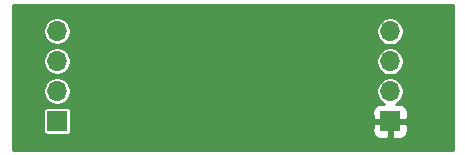
<source format=gbr>
%TF.GenerationSoftware,KiCad,Pcbnew,(5.1.9)-1*%
%TF.CreationDate,2021-02-09T16:44:42+01:00*%
%TF.ProjectId,Pro,50726f2e-6b69-4636-9164-5f7063625858,rev?*%
%TF.SameCoordinates,Original*%
%TF.FileFunction,Copper,L2,Bot*%
%TF.FilePolarity,Positive*%
%FSLAX46Y46*%
G04 Gerber Fmt 4.6, Leading zero omitted, Abs format (unit mm)*
G04 Created by KiCad (PCBNEW (5.1.9)-1) date 2021-02-09 16:44:42*
%MOMM*%
%LPD*%
G01*
G04 APERTURE LIST*
%TA.AperFunction,ComponentPad*%
%ADD10O,1.700000X1.700000*%
%TD*%
%TA.AperFunction,ComponentPad*%
%ADD11R,1.700000X1.700000*%
%TD*%
%TA.AperFunction,Conductor*%
%ADD12C,0.254000*%
%TD*%
%TA.AperFunction,Conductor*%
%ADD13C,0.100000*%
%TD*%
G04 APERTURE END LIST*
D10*
%TO.P,P1,4*%
%TO.N,/E+*%
X47117000Y-90599000D03*
%TO.P,P1,3*%
%TO.N,/A+*%
X47117000Y-93139000D03*
%TO.P,P1,2*%
%TO.N,/A-*%
X47117000Y-95679000D03*
D11*
%TO.P,P1,1*%
%TO.N,/E-*%
X47117000Y-98219000D03*
%TD*%
D10*
%TO.P,J1,4*%
%TO.N,/DO*%
X75311000Y-90624000D03*
%TO.P,J1,3*%
%TO.N,/CLK*%
X75311000Y-93164000D03*
%TO.P,J1,2*%
%TO.N,/E+*%
X75311000Y-95704000D03*
D11*
%TO.P,J1,1*%
%TO.N,GND*%
X75311000Y-98244000D03*
%TD*%
D12*
%TO.N,GND*%
X80648000Y-100648000D02*
X43352000Y-100648000D01*
X43352000Y-97369000D01*
X45938418Y-97369000D01*
X45938418Y-99069000D01*
X45944732Y-99133103D01*
X45963430Y-99194743D01*
X45993794Y-99251550D01*
X46034657Y-99301343D01*
X46084450Y-99342206D01*
X46141257Y-99372570D01*
X46202897Y-99391268D01*
X46267000Y-99397582D01*
X47967000Y-99397582D01*
X48031103Y-99391268D01*
X48092743Y-99372570D01*
X48149550Y-99342206D01*
X48199343Y-99301343D01*
X48240206Y-99251550D01*
X48270570Y-99194743D01*
X48289268Y-99133103D01*
X48293119Y-99094000D01*
X73822928Y-99094000D01*
X73835188Y-99218482D01*
X73871498Y-99338180D01*
X73930463Y-99448494D01*
X74009815Y-99545185D01*
X74106506Y-99624537D01*
X74216820Y-99683502D01*
X74336518Y-99719812D01*
X74461000Y-99732072D01*
X75025250Y-99729000D01*
X75184000Y-99570250D01*
X75184000Y-98371000D01*
X75438000Y-98371000D01*
X75438000Y-99570250D01*
X75596750Y-99729000D01*
X76161000Y-99732072D01*
X76285482Y-99719812D01*
X76405180Y-99683502D01*
X76515494Y-99624537D01*
X76612185Y-99545185D01*
X76691537Y-99448494D01*
X76750502Y-99338180D01*
X76786812Y-99218482D01*
X76799072Y-99094000D01*
X76796000Y-98529750D01*
X76637250Y-98371000D01*
X75438000Y-98371000D01*
X75184000Y-98371000D01*
X73984750Y-98371000D01*
X73826000Y-98529750D01*
X73822928Y-99094000D01*
X48293119Y-99094000D01*
X48295582Y-99069000D01*
X48295582Y-97394000D01*
X73822928Y-97394000D01*
X73826000Y-97958250D01*
X73984750Y-98117000D01*
X75184000Y-98117000D01*
X75184000Y-98097000D01*
X75438000Y-98097000D01*
X75438000Y-98117000D01*
X76637250Y-98117000D01*
X76796000Y-97958250D01*
X76799072Y-97394000D01*
X76786812Y-97269518D01*
X76750502Y-97149820D01*
X76691537Y-97039506D01*
X76612185Y-96942815D01*
X76515494Y-96863463D01*
X76405180Y-96804498D01*
X76285482Y-96768188D01*
X76161000Y-96755928D01*
X75842890Y-96757660D01*
X75868519Y-96747044D01*
X76061294Y-96618236D01*
X76225236Y-96454294D01*
X76354044Y-96261519D01*
X76442769Y-96047318D01*
X76488000Y-95819924D01*
X76488000Y-95588076D01*
X76442769Y-95360682D01*
X76354044Y-95146481D01*
X76225236Y-94953706D01*
X76061294Y-94789764D01*
X75868519Y-94660956D01*
X75654318Y-94572231D01*
X75426924Y-94527000D01*
X75195076Y-94527000D01*
X74967682Y-94572231D01*
X74753481Y-94660956D01*
X74560706Y-94789764D01*
X74396764Y-94953706D01*
X74267956Y-95146481D01*
X74179231Y-95360682D01*
X74134000Y-95588076D01*
X74134000Y-95819924D01*
X74179231Y-96047318D01*
X74267956Y-96261519D01*
X74396764Y-96454294D01*
X74560706Y-96618236D01*
X74753481Y-96747044D01*
X74779110Y-96757660D01*
X74461000Y-96755928D01*
X74336518Y-96768188D01*
X74216820Y-96804498D01*
X74106506Y-96863463D01*
X74009815Y-96942815D01*
X73930463Y-97039506D01*
X73871498Y-97149820D01*
X73835188Y-97269518D01*
X73822928Y-97394000D01*
X48295582Y-97394000D01*
X48295582Y-97369000D01*
X48289268Y-97304897D01*
X48270570Y-97243257D01*
X48240206Y-97186450D01*
X48199343Y-97136657D01*
X48149550Y-97095794D01*
X48092743Y-97065430D01*
X48031103Y-97046732D01*
X47967000Y-97040418D01*
X46267000Y-97040418D01*
X46202897Y-97046732D01*
X46141257Y-97065430D01*
X46084450Y-97095794D01*
X46034657Y-97136657D01*
X45993794Y-97186450D01*
X45963430Y-97243257D01*
X45944732Y-97304897D01*
X45938418Y-97369000D01*
X43352000Y-97369000D01*
X43352000Y-95563076D01*
X45940000Y-95563076D01*
X45940000Y-95794924D01*
X45985231Y-96022318D01*
X46073956Y-96236519D01*
X46202764Y-96429294D01*
X46366706Y-96593236D01*
X46559481Y-96722044D01*
X46773682Y-96810769D01*
X47001076Y-96856000D01*
X47232924Y-96856000D01*
X47460318Y-96810769D01*
X47674519Y-96722044D01*
X47867294Y-96593236D01*
X48031236Y-96429294D01*
X48160044Y-96236519D01*
X48248769Y-96022318D01*
X48294000Y-95794924D01*
X48294000Y-95563076D01*
X48248769Y-95335682D01*
X48160044Y-95121481D01*
X48031236Y-94928706D01*
X47867294Y-94764764D01*
X47674519Y-94635956D01*
X47460318Y-94547231D01*
X47232924Y-94502000D01*
X47001076Y-94502000D01*
X46773682Y-94547231D01*
X46559481Y-94635956D01*
X46366706Y-94764764D01*
X46202764Y-94928706D01*
X46073956Y-95121481D01*
X45985231Y-95335682D01*
X45940000Y-95563076D01*
X43352000Y-95563076D01*
X43352000Y-93023076D01*
X45940000Y-93023076D01*
X45940000Y-93254924D01*
X45985231Y-93482318D01*
X46073956Y-93696519D01*
X46202764Y-93889294D01*
X46366706Y-94053236D01*
X46559481Y-94182044D01*
X46773682Y-94270769D01*
X47001076Y-94316000D01*
X47232924Y-94316000D01*
X47460318Y-94270769D01*
X47674519Y-94182044D01*
X47867294Y-94053236D01*
X48031236Y-93889294D01*
X48160044Y-93696519D01*
X48248769Y-93482318D01*
X48294000Y-93254924D01*
X48294000Y-93048076D01*
X74134000Y-93048076D01*
X74134000Y-93279924D01*
X74179231Y-93507318D01*
X74267956Y-93721519D01*
X74396764Y-93914294D01*
X74560706Y-94078236D01*
X74753481Y-94207044D01*
X74967682Y-94295769D01*
X75195076Y-94341000D01*
X75426924Y-94341000D01*
X75654318Y-94295769D01*
X75868519Y-94207044D01*
X76061294Y-94078236D01*
X76225236Y-93914294D01*
X76354044Y-93721519D01*
X76442769Y-93507318D01*
X76488000Y-93279924D01*
X76488000Y-93048076D01*
X76442769Y-92820682D01*
X76354044Y-92606481D01*
X76225236Y-92413706D01*
X76061294Y-92249764D01*
X75868519Y-92120956D01*
X75654318Y-92032231D01*
X75426924Y-91987000D01*
X75195076Y-91987000D01*
X74967682Y-92032231D01*
X74753481Y-92120956D01*
X74560706Y-92249764D01*
X74396764Y-92413706D01*
X74267956Y-92606481D01*
X74179231Y-92820682D01*
X74134000Y-93048076D01*
X48294000Y-93048076D01*
X48294000Y-93023076D01*
X48248769Y-92795682D01*
X48160044Y-92581481D01*
X48031236Y-92388706D01*
X47867294Y-92224764D01*
X47674519Y-92095956D01*
X47460318Y-92007231D01*
X47232924Y-91962000D01*
X47001076Y-91962000D01*
X46773682Y-92007231D01*
X46559481Y-92095956D01*
X46366706Y-92224764D01*
X46202764Y-92388706D01*
X46073956Y-92581481D01*
X45985231Y-92795682D01*
X45940000Y-93023076D01*
X43352000Y-93023076D01*
X43352000Y-90483076D01*
X45940000Y-90483076D01*
X45940000Y-90714924D01*
X45985231Y-90942318D01*
X46073956Y-91156519D01*
X46202764Y-91349294D01*
X46366706Y-91513236D01*
X46559481Y-91642044D01*
X46773682Y-91730769D01*
X47001076Y-91776000D01*
X47232924Y-91776000D01*
X47460318Y-91730769D01*
X47674519Y-91642044D01*
X47867294Y-91513236D01*
X48031236Y-91349294D01*
X48160044Y-91156519D01*
X48248769Y-90942318D01*
X48294000Y-90714924D01*
X48294000Y-90508076D01*
X74134000Y-90508076D01*
X74134000Y-90739924D01*
X74179231Y-90967318D01*
X74267956Y-91181519D01*
X74396764Y-91374294D01*
X74560706Y-91538236D01*
X74753481Y-91667044D01*
X74967682Y-91755769D01*
X75195076Y-91801000D01*
X75426924Y-91801000D01*
X75654318Y-91755769D01*
X75868519Y-91667044D01*
X76061294Y-91538236D01*
X76225236Y-91374294D01*
X76354044Y-91181519D01*
X76442769Y-90967318D01*
X76488000Y-90739924D01*
X76488000Y-90508076D01*
X76442769Y-90280682D01*
X76354044Y-90066481D01*
X76225236Y-89873706D01*
X76061294Y-89709764D01*
X75868519Y-89580956D01*
X75654318Y-89492231D01*
X75426924Y-89447000D01*
X75195076Y-89447000D01*
X74967682Y-89492231D01*
X74753481Y-89580956D01*
X74560706Y-89709764D01*
X74396764Y-89873706D01*
X74267956Y-90066481D01*
X74179231Y-90280682D01*
X74134000Y-90508076D01*
X48294000Y-90508076D01*
X48294000Y-90483076D01*
X48248769Y-90255682D01*
X48160044Y-90041481D01*
X48031236Y-89848706D01*
X47867294Y-89684764D01*
X47674519Y-89555956D01*
X47460318Y-89467231D01*
X47232924Y-89422000D01*
X47001076Y-89422000D01*
X46773682Y-89467231D01*
X46559481Y-89555956D01*
X46366706Y-89684764D01*
X46202764Y-89848706D01*
X46073956Y-90041481D01*
X45985231Y-90255682D01*
X45940000Y-90483076D01*
X43352000Y-90483076D01*
X43352000Y-88352000D01*
X80648001Y-88352000D01*
X80648000Y-100648000D01*
%TA.AperFunction,Conductor*%
D13*
G36*
X80648000Y-100648000D02*
G01*
X43352000Y-100648000D01*
X43352000Y-97369000D01*
X45938418Y-97369000D01*
X45938418Y-99069000D01*
X45944732Y-99133103D01*
X45963430Y-99194743D01*
X45993794Y-99251550D01*
X46034657Y-99301343D01*
X46084450Y-99342206D01*
X46141257Y-99372570D01*
X46202897Y-99391268D01*
X46267000Y-99397582D01*
X47967000Y-99397582D01*
X48031103Y-99391268D01*
X48092743Y-99372570D01*
X48149550Y-99342206D01*
X48199343Y-99301343D01*
X48240206Y-99251550D01*
X48270570Y-99194743D01*
X48289268Y-99133103D01*
X48293119Y-99094000D01*
X73822928Y-99094000D01*
X73835188Y-99218482D01*
X73871498Y-99338180D01*
X73930463Y-99448494D01*
X74009815Y-99545185D01*
X74106506Y-99624537D01*
X74216820Y-99683502D01*
X74336518Y-99719812D01*
X74461000Y-99732072D01*
X75025250Y-99729000D01*
X75184000Y-99570250D01*
X75184000Y-98371000D01*
X75438000Y-98371000D01*
X75438000Y-99570250D01*
X75596750Y-99729000D01*
X76161000Y-99732072D01*
X76285482Y-99719812D01*
X76405180Y-99683502D01*
X76515494Y-99624537D01*
X76612185Y-99545185D01*
X76691537Y-99448494D01*
X76750502Y-99338180D01*
X76786812Y-99218482D01*
X76799072Y-99094000D01*
X76796000Y-98529750D01*
X76637250Y-98371000D01*
X75438000Y-98371000D01*
X75184000Y-98371000D01*
X73984750Y-98371000D01*
X73826000Y-98529750D01*
X73822928Y-99094000D01*
X48293119Y-99094000D01*
X48295582Y-99069000D01*
X48295582Y-97394000D01*
X73822928Y-97394000D01*
X73826000Y-97958250D01*
X73984750Y-98117000D01*
X75184000Y-98117000D01*
X75184000Y-98097000D01*
X75438000Y-98097000D01*
X75438000Y-98117000D01*
X76637250Y-98117000D01*
X76796000Y-97958250D01*
X76799072Y-97394000D01*
X76786812Y-97269518D01*
X76750502Y-97149820D01*
X76691537Y-97039506D01*
X76612185Y-96942815D01*
X76515494Y-96863463D01*
X76405180Y-96804498D01*
X76285482Y-96768188D01*
X76161000Y-96755928D01*
X75842890Y-96757660D01*
X75868519Y-96747044D01*
X76061294Y-96618236D01*
X76225236Y-96454294D01*
X76354044Y-96261519D01*
X76442769Y-96047318D01*
X76488000Y-95819924D01*
X76488000Y-95588076D01*
X76442769Y-95360682D01*
X76354044Y-95146481D01*
X76225236Y-94953706D01*
X76061294Y-94789764D01*
X75868519Y-94660956D01*
X75654318Y-94572231D01*
X75426924Y-94527000D01*
X75195076Y-94527000D01*
X74967682Y-94572231D01*
X74753481Y-94660956D01*
X74560706Y-94789764D01*
X74396764Y-94953706D01*
X74267956Y-95146481D01*
X74179231Y-95360682D01*
X74134000Y-95588076D01*
X74134000Y-95819924D01*
X74179231Y-96047318D01*
X74267956Y-96261519D01*
X74396764Y-96454294D01*
X74560706Y-96618236D01*
X74753481Y-96747044D01*
X74779110Y-96757660D01*
X74461000Y-96755928D01*
X74336518Y-96768188D01*
X74216820Y-96804498D01*
X74106506Y-96863463D01*
X74009815Y-96942815D01*
X73930463Y-97039506D01*
X73871498Y-97149820D01*
X73835188Y-97269518D01*
X73822928Y-97394000D01*
X48295582Y-97394000D01*
X48295582Y-97369000D01*
X48289268Y-97304897D01*
X48270570Y-97243257D01*
X48240206Y-97186450D01*
X48199343Y-97136657D01*
X48149550Y-97095794D01*
X48092743Y-97065430D01*
X48031103Y-97046732D01*
X47967000Y-97040418D01*
X46267000Y-97040418D01*
X46202897Y-97046732D01*
X46141257Y-97065430D01*
X46084450Y-97095794D01*
X46034657Y-97136657D01*
X45993794Y-97186450D01*
X45963430Y-97243257D01*
X45944732Y-97304897D01*
X45938418Y-97369000D01*
X43352000Y-97369000D01*
X43352000Y-95563076D01*
X45940000Y-95563076D01*
X45940000Y-95794924D01*
X45985231Y-96022318D01*
X46073956Y-96236519D01*
X46202764Y-96429294D01*
X46366706Y-96593236D01*
X46559481Y-96722044D01*
X46773682Y-96810769D01*
X47001076Y-96856000D01*
X47232924Y-96856000D01*
X47460318Y-96810769D01*
X47674519Y-96722044D01*
X47867294Y-96593236D01*
X48031236Y-96429294D01*
X48160044Y-96236519D01*
X48248769Y-96022318D01*
X48294000Y-95794924D01*
X48294000Y-95563076D01*
X48248769Y-95335682D01*
X48160044Y-95121481D01*
X48031236Y-94928706D01*
X47867294Y-94764764D01*
X47674519Y-94635956D01*
X47460318Y-94547231D01*
X47232924Y-94502000D01*
X47001076Y-94502000D01*
X46773682Y-94547231D01*
X46559481Y-94635956D01*
X46366706Y-94764764D01*
X46202764Y-94928706D01*
X46073956Y-95121481D01*
X45985231Y-95335682D01*
X45940000Y-95563076D01*
X43352000Y-95563076D01*
X43352000Y-93023076D01*
X45940000Y-93023076D01*
X45940000Y-93254924D01*
X45985231Y-93482318D01*
X46073956Y-93696519D01*
X46202764Y-93889294D01*
X46366706Y-94053236D01*
X46559481Y-94182044D01*
X46773682Y-94270769D01*
X47001076Y-94316000D01*
X47232924Y-94316000D01*
X47460318Y-94270769D01*
X47674519Y-94182044D01*
X47867294Y-94053236D01*
X48031236Y-93889294D01*
X48160044Y-93696519D01*
X48248769Y-93482318D01*
X48294000Y-93254924D01*
X48294000Y-93048076D01*
X74134000Y-93048076D01*
X74134000Y-93279924D01*
X74179231Y-93507318D01*
X74267956Y-93721519D01*
X74396764Y-93914294D01*
X74560706Y-94078236D01*
X74753481Y-94207044D01*
X74967682Y-94295769D01*
X75195076Y-94341000D01*
X75426924Y-94341000D01*
X75654318Y-94295769D01*
X75868519Y-94207044D01*
X76061294Y-94078236D01*
X76225236Y-93914294D01*
X76354044Y-93721519D01*
X76442769Y-93507318D01*
X76488000Y-93279924D01*
X76488000Y-93048076D01*
X76442769Y-92820682D01*
X76354044Y-92606481D01*
X76225236Y-92413706D01*
X76061294Y-92249764D01*
X75868519Y-92120956D01*
X75654318Y-92032231D01*
X75426924Y-91987000D01*
X75195076Y-91987000D01*
X74967682Y-92032231D01*
X74753481Y-92120956D01*
X74560706Y-92249764D01*
X74396764Y-92413706D01*
X74267956Y-92606481D01*
X74179231Y-92820682D01*
X74134000Y-93048076D01*
X48294000Y-93048076D01*
X48294000Y-93023076D01*
X48248769Y-92795682D01*
X48160044Y-92581481D01*
X48031236Y-92388706D01*
X47867294Y-92224764D01*
X47674519Y-92095956D01*
X47460318Y-92007231D01*
X47232924Y-91962000D01*
X47001076Y-91962000D01*
X46773682Y-92007231D01*
X46559481Y-92095956D01*
X46366706Y-92224764D01*
X46202764Y-92388706D01*
X46073956Y-92581481D01*
X45985231Y-92795682D01*
X45940000Y-93023076D01*
X43352000Y-93023076D01*
X43352000Y-90483076D01*
X45940000Y-90483076D01*
X45940000Y-90714924D01*
X45985231Y-90942318D01*
X46073956Y-91156519D01*
X46202764Y-91349294D01*
X46366706Y-91513236D01*
X46559481Y-91642044D01*
X46773682Y-91730769D01*
X47001076Y-91776000D01*
X47232924Y-91776000D01*
X47460318Y-91730769D01*
X47674519Y-91642044D01*
X47867294Y-91513236D01*
X48031236Y-91349294D01*
X48160044Y-91156519D01*
X48248769Y-90942318D01*
X48294000Y-90714924D01*
X48294000Y-90508076D01*
X74134000Y-90508076D01*
X74134000Y-90739924D01*
X74179231Y-90967318D01*
X74267956Y-91181519D01*
X74396764Y-91374294D01*
X74560706Y-91538236D01*
X74753481Y-91667044D01*
X74967682Y-91755769D01*
X75195076Y-91801000D01*
X75426924Y-91801000D01*
X75654318Y-91755769D01*
X75868519Y-91667044D01*
X76061294Y-91538236D01*
X76225236Y-91374294D01*
X76354044Y-91181519D01*
X76442769Y-90967318D01*
X76488000Y-90739924D01*
X76488000Y-90508076D01*
X76442769Y-90280682D01*
X76354044Y-90066481D01*
X76225236Y-89873706D01*
X76061294Y-89709764D01*
X75868519Y-89580956D01*
X75654318Y-89492231D01*
X75426924Y-89447000D01*
X75195076Y-89447000D01*
X74967682Y-89492231D01*
X74753481Y-89580956D01*
X74560706Y-89709764D01*
X74396764Y-89873706D01*
X74267956Y-90066481D01*
X74179231Y-90280682D01*
X74134000Y-90508076D01*
X48294000Y-90508076D01*
X48294000Y-90483076D01*
X48248769Y-90255682D01*
X48160044Y-90041481D01*
X48031236Y-89848706D01*
X47867294Y-89684764D01*
X47674519Y-89555956D01*
X47460318Y-89467231D01*
X47232924Y-89422000D01*
X47001076Y-89422000D01*
X46773682Y-89467231D01*
X46559481Y-89555956D01*
X46366706Y-89684764D01*
X46202764Y-89848706D01*
X46073956Y-90041481D01*
X45985231Y-90255682D01*
X45940000Y-90483076D01*
X43352000Y-90483076D01*
X43352000Y-88352000D01*
X80648001Y-88352000D01*
X80648000Y-100648000D01*
G37*
%TD.AperFunction*%
%TD*%
M02*

</source>
